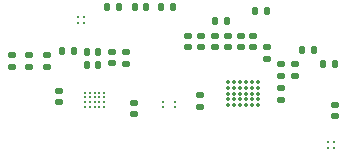
<source format=gtp>
G04 #@! TF.GenerationSoftware,KiCad,Pcbnew,(6.0.8)*
G04 #@! TF.CreationDate,2022-11-21T13:53:06+02:00*
G04 #@! TF.ProjectId,sensor,73656e73-6f72-42e6-9b69-6361645f7063,rev?*
G04 #@! TF.SameCoordinates,Original*
G04 #@! TF.FileFunction,Paste,Top*
G04 #@! TF.FilePolarity,Positive*
%FSLAX46Y46*%
G04 Gerber Fmt 4.6, Leading zero omitted, Abs format (unit mm)*
G04 Created by KiCad (PCBNEW (6.0.8)) date 2022-11-21 13:53:06*
%MOMM*%
%LPD*%
G01*
G04 APERTURE LIST*
G04 Aperture macros list*
%AMRoundRect*
0 Rectangle with rounded corners*
0 $1 Rounding radius*
0 $2 $3 $4 $5 $6 $7 $8 $9 X,Y pos of 4 corners*
0 Add a 4 corners polygon primitive as box body*
4,1,4,$2,$3,$4,$5,$6,$7,$8,$9,$2,$3,0*
0 Add four circle primitives for the rounded corners*
1,1,$1+$1,$2,$3*
1,1,$1+$1,$4,$5*
1,1,$1+$1,$6,$7*
1,1,$1+$1,$8,$9*
0 Add four rect primitives between the rounded corners*
20,1,$1+$1,$2,$3,$4,$5,0*
20,1,$1+$1,$4,$5,$6,$7,0*
20,1,$1+$1,$6,$7,$8,$9,0*
20,1,$1+$1,$8,$9,$2,$3,0*%
G04 Aperture macros list end*
%ADD10RoundRect,0.140000X-0.140000X-0.170000X0.140000X-0.170000X0.140000X0.170000X-0.140000X0.170000X0*%
%ADD11RoundRect,0.140000X0.170000X-0.140000X0.170000X0.140000X-0.170000X0.140000X-0.170000X-0.140000X0*%
%ADD12RoundRect,0.140000X-0.170000X0.140000X-0.170000X-0.140000X0.170000X-0.140000X0.170000X0.140000X0*%
%ADD13C,0.306000*%
%ADD14RoundRect,0.135000X0.185000X-0.135000X0.185000X0.135000X-0.185000X0.135000X-0.185000X-0.135000X0*%
%ADD15RoundRect,0.135000X-0.135000X-0.185000X0.135000X-0.185000X0.135000X0.185000X-0.135000X0.185000X0*%
%ADD16RoundRect,0.135000X0.135000X0.185000X-0.135000X0.185000X-0.135000X-0.185000X0.135000X-0.185000X0*%
%ADD17RoundRect,0.140000X0.140000X0.170000X-0.140000X0.170000X-0.140000X-0.170000X0.140000X-0.170000X0*%
%ADD18C,0.216000*%
%ADD19C,0.340000*%
%ADD20C,0.250000*%
G04 APERTURE END LIST*
D10*
X135714800Y-77063600D03*
X136674800Y-77063600D03*
D11*
X150825200Y-76730800D03*
X150825200Y-75770800D03*
D12*
X155422600Y-78158400D03*
X155422600Y-79118400D03*
D11*
X148640800Y-76730800D03*
X148640800Y-75770800D03*
D13*
X137037000Y-74172000D03*
X137537000Y-74172000D03*
X137037000Y-74672000D03*
X137537000Y-74672000D03*
D14*
X134366000Y-78361000D03*
X134366000Y-77341000D03*
D11*
X149758400Y-76730800D03*
X149758400Y-75770800D03*
D10*
X157787400Y-78155800D03*
X158747400Y-78155800D03*
D11*
X154178000Y-81150400D03*
X154178000Y-80190400D03*
D15*
X152017000Y-73685400D03*
X153037000Y-73685400D03*
D16*
X145063400Y-73355200D03*
X144043400Y-73355200D03*
D14*
X141097000Y-78107000D03*
X141097000Y-77087000D03*
X147320000Y-81764600D03*
X147320000Y-80744600D03*
D12*
X151866600Y-75770800D03*
X151866600Y-76730800D03*
D11*
X153035000Y-77696000D03*
X153035000Y-76736000D03*
D12*
X154178000Y-78158400D03*
X154178000Y-79118400D03*
D11*
X147472400Y-76705400D03*
X147472400Y-75745400D03*
D17*
X138755000Y-77089000D03*
X137795000Y-77089000D03*
D11*
X141732000Y-82395000D03*
X141732000Y-81435000D03*
X135382000Y-81379000D03*
X135382000Y-80419000D03*
X146380200Y-76705400D03*
X146380200Y-75745400D03*
D13*
X158169800Y-84713000D03*
X158669800Y-84713000D03*
X158169800Y-85213000D03*
X158669800Y-85213000D03*
D14*
X131445000Y-78361000D03*
X131445000Y-77341000D03*
D16*
X149658800Y-74523600D03*
X148638800Y-74523600D03*
D11*
X139903200Y-78077000D03*
X139903200Y-77117000D03*
D18*
X139230000Y-81753000D03*
X138830000Y-81753000D03*
X138430000Y-81753000D03*
X138030000Y-81753000D03*
X137630000Y-81753000D03*
X139230000Y-81353000D03*
X138830000Y-81353000D03*
X138430000Y-81353000D03*
X138030000Y-81353000D03*
X137630000Y-81353000D03*
X139230000Y-80953000D03*
X138830000Y-80953000D03*
X138430000Y-80953000D03*
X138030000Y-80953000D03*
X137630000Y-80953000D03*
X139230000Y-80553000D03*
X138830000Y-80553000D03*
X138430000Y-80553000D03*
X138030000Y-80553000D03*
X137630000Y-80553000D03*
D10*
X156034800Y-76936600D03*
X156994800Y-76936600D03*
X139499400Y-73355200D03*
X140459400Y-73355200D03*
D11*
X158775400Y-82572800D03*
X158775400Y-81612800D03*
D19*
X149753000Y-79645000D03*
X150253000Y-79645000D03*
X150753000Y-79645000D03*
X151253000Y-79645000D03*
X151753000Y-79645000D03*
X152253000Y-79645000D03*
X149753000Y-80145000D03*
X150253000Y-80145000D03*
X150753000Y-80145000D03*
X151253000Y-80145000D03*
X151753000Y-80145000D03*
X152253000Y-80145000D03*
X149753000Y-80645000D03*
X150253000Y-80645000D03*
X150753000Y-80645000D03*
X151253000Y-80645000D03*
X151753000Y-80645000D03*
X152253000Y-80645000D03*
X149753000Y-81145000D03*
X150253000Y-81145000D03*
X150753000Y-81145000D03*
X151253000Y-81145000D03*
X151753000Y-81145000D03*
X152253000Y-81145000D03*
X149753000Y-81645000D03*
X150253000Y-81645000D03*
X150753000Y-81645000D03*
X151253000Y-81645000D03*
X151753000Y-81645000D03*
X152253000Y-81645000D03*
D10*
X141861600Y-73355200D03*
X142821600Y-73355200D03*
D20*
X144229200Y-81764400D03*
X145229200Y-81764400D03*
X145229200Y-81354400D03*
X144229200Y-81354400D03*
D17*
X138755000Y-78232000D03*
X137795000Y-78232000D03*
D14*
X132842000Y-78361000D03*
X132842000Y-77341000D03*
M02*

</source>
